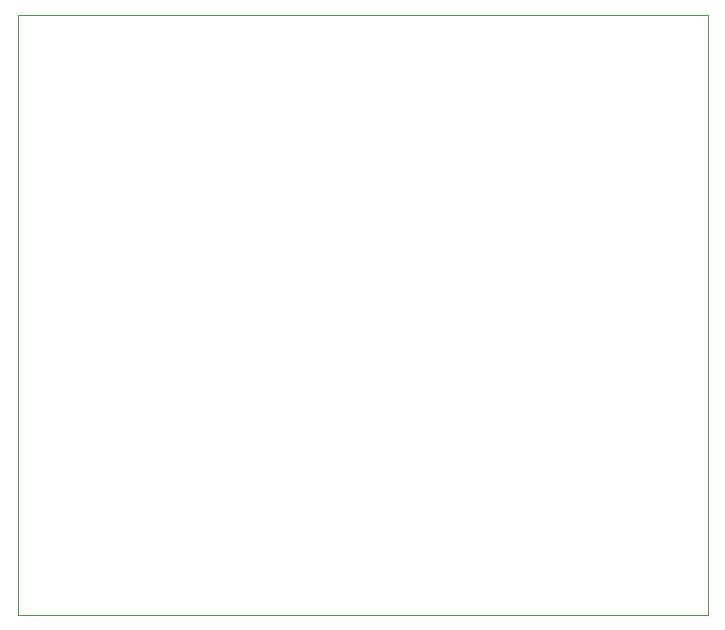
<source format=gbr>
G04 #@! TF.GenerationSoftware,KiCad,Pcbnew,5.1.6-c6e7f7d~87~ubuntu18.04.1*
G04 #@! TF.CreationDate,2020-08-13T12:50:31-04:00*
G04 #@! TF.ProjectId,arp_4072_LPF,6172705f-3430-4373-925f-4c50462e6b69,1*
G04 #@! TF.SameCoordinates,Original*
G04 #@! TF.FileFunction,Profile,NP*
%FSLAX46Y46*%
G04 Gerber Fmt 4.6, Leading zero omitted, Abs format (unit mm)*
G04 Created by KiCad (PCBNEW 5.1.6-c6e7f7d~87~ubuntu18.04.1) date 2020-08-13 12:50:31*
%MOMM*%
%LPD*%
G01*
G04 APERTURE LIST*
G04 #@! TA.AperFunction,Profile*
%ADD10C,0.050000*%
G04 #@! TD*
G04 APERTURE END LIST*
D10*
X127000000Y-76200000D02*
X127000000Y-127000000D01*
X185420000Y-76200000D02*
X185420000Y-127000000D01*
X127000000Y-127000000D02*
X185420000Y-127000000D01*
X127000000Y-76200000D02*
X185420000Y-76200000D01*
M02*

</source>
